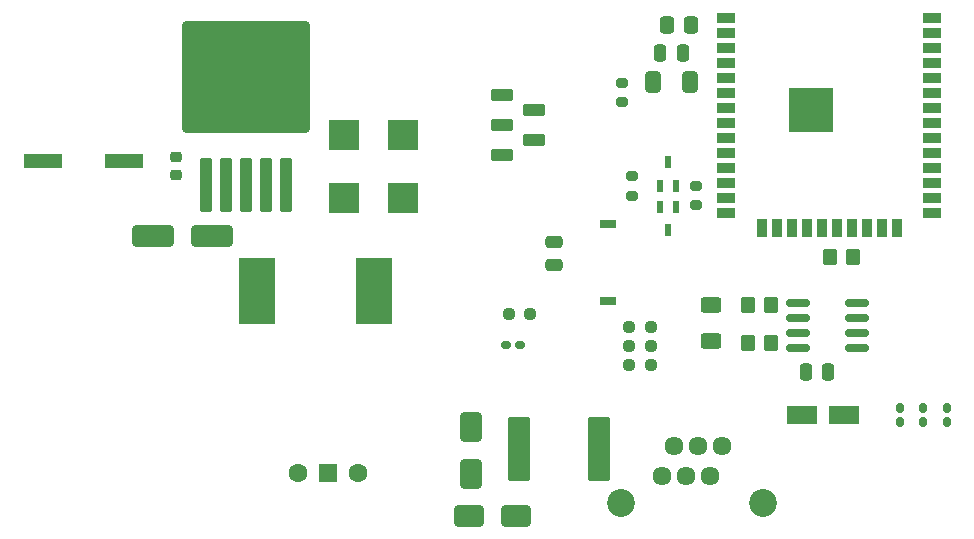
<source format=gts>
%TF.GenerationSoftware,KiCad,Pcbnew,9.0.7*%
%TF.CreationDate,2026-01-28T21:35:42+01:00*%
%TF.ProjectId,modbus-to-x,6d6f6462-7573-42d7-946f-2d782e6b6963,rev?*%
%TF.SameCoordinates,Original*%
%TF.FileFunction,Soldermask,Top*%
%TF.FilePolarity,Negative*%
%FSLAX46Y46*%
G04 Gerber Fmt 4.6, Leading zero omitted, Abs format (unit mm)*
G04 Created by KiCad (PCBNEW 9.0.7) date 2026-01-28 21:35:42*
%MOMM*%
%LPD*%
G01*
G04 APERTURE LIST*
G04 Aperture macros list*
%AMRoundRect*
0 Rectangle with rounded corners*
0 $1 Rounding radius*
0 $2 $3 $4 $5 $6 $7 $8 $9 X,Y pos of 4 corners*
0 Add a 4 corners polygon primitive as box body*
4,1,4,$2,$3,$4,$5,$6,$7,$8,$9,$2,$3,0*
0 Add four circle primitives for the rounded corners*
1,1,$1+$1,$2,$3*
1,1,$1+$1,$4,$5*
1,1,$1+$1,$6,$7*
1,1,$1+$1,$8,$9*
0 Add four rect primitives between the rounded corners*
20,1,$1+$1,$2,$3,$4,$5,0*
20,1,$1+$1,$4,$5,$6,$7,0*
20,1,$1+$1,$6,$7,$8,$9,0*
20,1,$1+$1,$8,$9,$2,$3,0*%
G04 Aperture macros list end*
%ADD10RoundRect,0.225000X0.250000X-0.225000X0.250000X0.225000X-0.250000X0.225000X-0.250000X-0.225000X0*%
%ADD11R,1.500000X1.500000*%
%ADD12C,1.600000*%
%ADD13RoundRect,0.250000X-1.050000X-0.550000X1.050000X-0.550000X1.050000X0.550000X-1.050000X0.550000X0*%
%ADD14C,1.612000*%
%ADD15C,2.360000*%
%ADD16RoundRect,0.250000X0.300000X-2.050000X0.300000X2.050000X-0.300000X2.050000X-0.300000X-2.050000X0*%
%ADD17RoundRect,0.250002X5.149998X-4.449998X5.149998X4.449998X-5.149998X4.449998X-5.149998X-4.449998X0*%
%ADD18R,3.302000X1.219200*%
%ADD19RoundRect,0.237500X-0.250000X-0.237500X0.250000X-0.237500X0.250000X0.237500X-0.250000X0.237500X0*%
%ADD20R,2.499995X2.560396*%
%ADD21RoundRect,0.250000X-0.475000X0.250000X-0.475000X-0.250000X0.475000X-0.250000X0.475000X0.250000X0*%
%ADD22R,0.500000X1.000000*%
%ADD23RoundRect,0.160000X0.160000X-0.222500X0.160000X0.222500X-0.160000X0.222500X-0.160000X-0.222500X0*%
%ADD24RoundRect,0.250000X-1.000000X-0.650000X1.000000X-0.650000X1.000000X0.650000X-1.000000X0.650000X0*%
%ADD25RoundRect,0.250000X0.650000X-1.000000X0.650000X1.000000X-0.650000X1.000000X-0.650000X-1.000000X0*%
%ADD26RoundRect,0.250000X-0.350000X-0.450000X0.350000X-0.450000X0.350000X0.450000X-0.350000X0.450000X0*%
%ADD27RoundRect,0.250000X0.412500X0.650000X-0.412500X0.650000X-0.412500X-0.650000X0.412500X-0.650000X0*%
%ADD28RoundRect,0.200000X0.275000X-0.200000X0.275000X0.200000X-0.275000X0.200000X-0.275000X-0.200000X0*%
%ADD29RoundRect,0.250000X-0.337500X-0.475000X0.337500X-0.475000X0.337500X0.475000X-0.337500X0.475000X0*%
%ADD30RoundRect,0.250000X-0.625000X0.400000X-0.625000X-0.400000X0.625000X-0.400000X0.625000X0.400000X0*%
%ADD31RoundRect,0.250000X-0.250000X-0.475000X0.250000X-0.475000X0.250000X0.475000X-0.250000X0.475000X0*%
%ADD32RoundRect,0.150000X0.825000X0.150000X-0.825000X0.150000X-0.825000X-0.150000X0.825000X-0.150000X0*%
%ADD33RoundRect,0.102000X1.450000X-2.700000X1.450000X2.700000X-1.450000X2.700000X-1.450000X-2.700000X0*%
%ADD34RoundRect,0.200000X-0.275000X0.200000X-0.275000X-0.200000X0.275000X-0.200000X0.275000X0.200000X0*%
%ADD35RoundRect,0.237500X0.250000X0.237500X-0.250000X0.237500X-0.250000X-0.237500X0.250000X-0.237500X0*%
%ADD36RoundRect,0.250000X1.500000X0.650000X-1.500000X0.650000X-1.500000X-0.650000X1.500000X-0.650000X0*%
%ADD37RoundRect,0.160000X0.222500X0.160000X-0.222500X0.160000X-0.222500X-0.160000X0.222500X-0.160000X0*%
%ADD38RoundRect,0.250000X-0.712500X-2.475000X0.712500X-2.475000X0.712500X2.475000X-0.712500X2.475000X0*%
%ADD39R,1.346200X0.660400*%
%ADD40R,1.500000X0.900000*%
%ADD41R,0.900000X1.500000*%
%ADD42C,0.600000*%
%ADD43R,3.800000X3.800000*%
%ADD44RoundRect,0.102000X-0.850000X0.370000X-0.850000X-0.370000X0.850000X-0.370000X0.850000X0.370000X0*%
G04 APERTURE END LIST*
D10*
%TO.C,C3*%
X62200000Y-102675000D03*
X62200000Y-101125000D03*
%TD*%
D11*
%TO.C,SW1*%
X75140000Y-127900000D03*
D12*
X77680000Y-127900000D03*
X72600000Y-127900000D03*
%TD*%
D13*
%TO.C,C22*%
X118820555Y-122968067D03*
X115220555Y-122968067D03*
%TD*%
D14*
%TO.C,J1*%
X103350000Y-128125000D03*
X104370000Y-125585000D03*
X105390000Y-128125000D03*
X106410000Y-125585000D03*
X107430000Y-128125000D03*
X108450000Y-125585000D03*
D15*
X111900000Y-130425000D03*
X99900000Y-130425000D03*
%TD*%
D16*
%TO.C,U1*%
X71550000Y-103500000D03*
X69850000Y-103500000D03*
D17*
X68150000Y-94350000D03*
D16*
X68150000Y-103500000D03*
X66450000Y-103500000D03*
X64750000Y-103500000D03*
%TD*%
D18*
%TO.C,C6*%
X50945600Y-101450000D03*
X57854400Y-101450000D03*
%TD*%
D19*
%TO.C,R17*%
X100603500Y-117136300D03*
X102428500Y-117136300D03*
%TD*%
D20*
%TO.C,C1*%
X76489608Y-104599895D03*
X76489608Y-99255507D03*
%TD*%
D21*
%TO.C,C2*%
X94200000Y-108350000D03*
X94200000Y-110250000D03*
%TD*%
D22*
%TO.C,Q2*%
X104551000Y-105359200D03*
X103251000Y-105359200D03*
X103901000Y-107359200D03*
%TD*%
D23*
%TO.C,D5*%
X125505650Y-123570500D03*
X125505650Y-122425500D03*
%TD*%
%TO.C,D6*%
X123515650Y-123570500D03*
X123515650Y-122425500D03*
%TD*%
D24*
%TO.C,D7*%
X87000000Y-131500000D03*
X91000000Y-131500000D03*
%TD*%
D25*
%TO.C,D8*%
X87196875Y-128000000D03*
X87196875Y-124000000D03*
%TD*%
D19*
%TO.C,R16*%
X100603500Y-115498000D03*
X102428500Y-115498000D03*
%TD*%
D26*
%TO.C,R2*%
X110642400Y-113690400D03*
X112642400Y-113690400D03*
%TD*%
D27*
%TO.C,C4*%
X105762500Y-94800000D03*
X102637500Y-94800000D03*
%TD*%
D28*
%TO.C,R19*%
X100800000Y-104425000D03*
X100800000Y-102775000D03*
%TD*%
D19*
%TO.C,R18*%
X100603500Y-118774600D03*
X102428500Y-118774600D03*
%TD*%
D29*
%TO.C,C25*%
X103762500Y-90000000D03*
X105837500Y-90000000D03*
%TD*%
D26*
%TO.C,R15*%
X117592600Y-109601000D03*
X119592600Y-109601000D03*
%TD*%
D30*
%TO.C,R1*%
X107527600Y-113664400D03*
X107527600Y-116764400D03*
%TD*%
D31*
%TO.C,C7*%
X115569200Y-119329200D03*
X117469200Y-119329200D03*
%TD*%
D32*
%TO.C,U3*%
X119877200Y-117285700D03*
X119877200Y-116015700D03*
X119877200Y-114745700D03*
X119877200Y-113475700D03*
X114927200Y-113475700D03*
X114927200Y-114745700D03*
X114927200Y-116015700D03*
X114927200Y-117285700D03*
%TD*%
D33*
%TO.C,L1*%
X79000000Y-112500000D03*
X69100000Y-112500000D03*
%TD*%
D34*
%TO.C,R4*%
X100000000Y-94875000D03*
X100000000Y-96525000D03*
%TD*%
D20*
%TO.C,C8*%
X81450000Y-104599895D03*
X81450000Y-99255507D03*
%TD*%
D26*
%TO.C,R14*%
X110642400Y-116890800D03*
X112642400Y-116890800D03*
%TD*%
D23*
%TO.C,D4*%
X127495650Y-123570500D03*
X127495650Y-122425500D03*
%TD*%
D35*
%TO.C,R3*%
X92225000Y-114400000D03*
X90400000Y-114400000D03*
%TD*%
D36*
%TO.C,D2*%
X65250000Y-107850000D03*
X60250000Y-107850000D03*
%TD*%
D31*
%TO.C,C24*%
X103250000Y-92300000D03*
X105150000Y-92300000D03*
%TD*%
D37*
%TO.C,D1*%
X91345000Y-117032500D03*
X90200000Y-117032500D03*
%TD*%
D38*
%TO.C,F1*%
X91312500Y-125900000D03*
X98087500Y-125900000D03*
%TD*%
D39*
%TO.C,SW4*%
X98800000Y-113376600D03*
X98800000Y-106823400D03*
%TD*%
D22*
%TO.C,Q1*%
X103251000Y-103600000D03*
X104551000Y-103600000D03*
X103901000Y-101600000D03*
%TD*%
D40*
%TO.C,IC1*%
X108781800Y-89405400D03*
X108781800Y-90675400D03*
X108781800Y-91945400D03*
X108781800Y-93215400D03*
X108781800Y-94485400D03*
X108781800Y-95755400D03*
X108781800Y-97025400D03*
X108781800Y-98295400D03*
X108781800Y-99565400D03*
X108781800Y-100835400D03*
X108781800Y-102105400D03*
X108781800Y-103375400D03*
X108781800Y-104645400D03*
X108781800Y-105915400D03*
D41*
X111821800Y-107165400D03*
X113091800Y-107165400D03*
X114361800Y-107165400D03*
X115631800Y-107165400D03*
X116901800Y-107165400D03*
X118171800Y-107165400D03*
X119441800Y-107165400D03*
X120711800Y-107165400D03*
X121981800Y-107165400D03*
X123251800Y-107165400D03*
D40*
X126281800Y-105915400D03*
X126281800Y-104645400D03*
X126281800Y-103375400D03*
X126281800Y-102105400D03*
X126281800Y-100835400D03*
X126281800Y-99565400D03*
X126281800Y-98295400D03*
X126281800Y-97025400D03*
X126281800Y-95755400D03*
X126281800Y-94485400D03*
X126281800Y-93215400D03*
X126281800Y-91945400D03*
X126281800Y-90675400D03*
X126281800Y-89405400D03*
D42*
X114631800Y-96425400D03*
X114631800Y-97825400D03*
X115331800Y-95725400D03*
X115331800Y-97125400D03*
X115331800Y-98525400D03*
X116006800Y-96425400D03*
X116006800Y-97825400D03*
D43*
X116031800Y-97125400D03*
D42*
X116731800Y-95725400D03*
X116731800Y-97125400D03*
X116731800Y-98525400D03*
X117431800Y-96425400D03*
X117431800Y-97825400D03*
%TD*%
D44*
%TO.C,J4*%
X89850000Y-100940000D03*
X92550000Y-99670000D03*
X89850000Y-98400000D03*
X92550000Y-97130000D03*
X89850000Y-95860000D03*
%TD*%
D28*
%TO.C,R5*%
X106300000Y-105225000D03*
X106300000Y-103575000D03*
%TD*%
M02*

</source>
